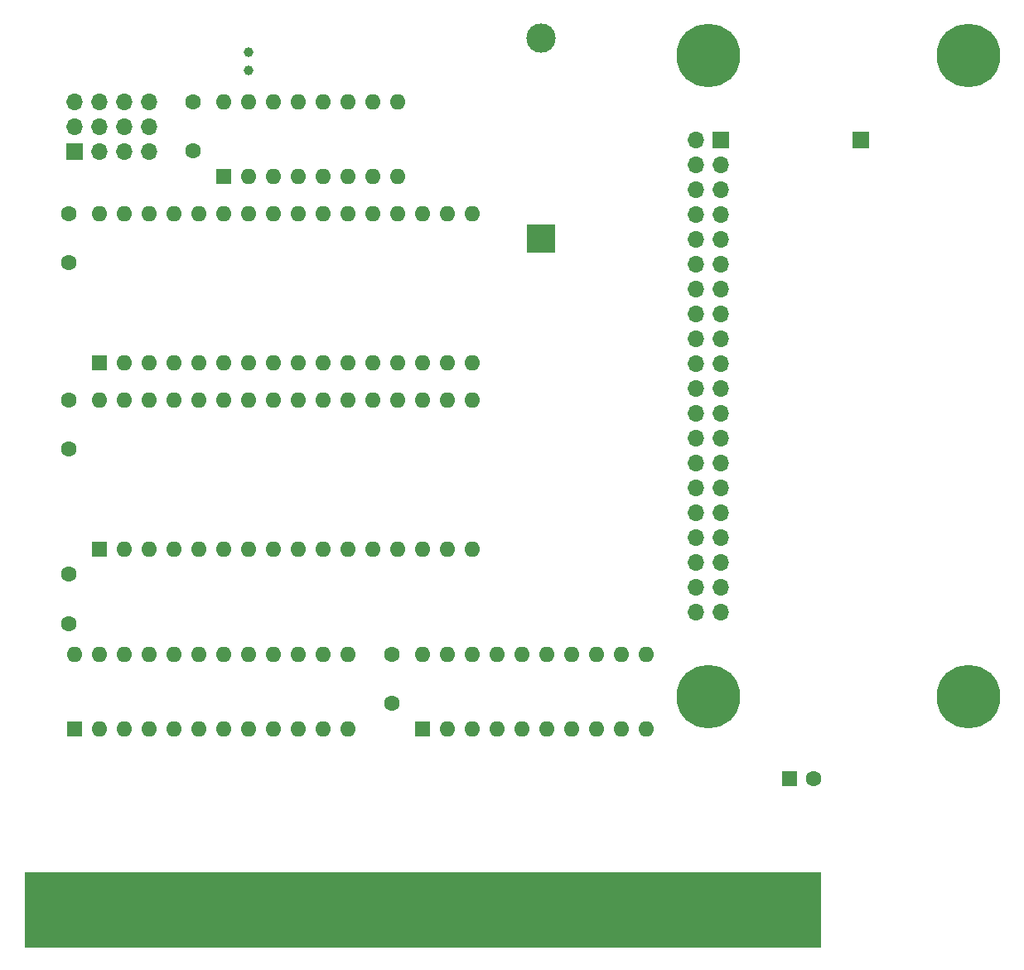
<source format=gts>
%TF.GenerationSoftware,KiCad,Pcbnew,(5.1.9)-1*%
%TF.CreationDate,2021-05-05T16:33:15+08:00*%
%TF.ProjectId,Tandy1000Essentials,54616e64-7931-4303-9030-457373656e74,rev?*%
%TF.SameCoordinates,Original*%
%TF.FileFunction,Soldermask,Top*%
%TF.FilePolarity,Negative*%
%FSLAX46Y46*%
G04 Gerber Fmt 4.6, Leading zero omitted, Abs format (unit mm)*
G04 Created by KiCad (PCBNEW (5.1.9)-1) date 2021-05-05 16:33:15*
%MOMM*%
%LPD*%
G01*
G04 APERTURE LIST*
%ADD10C,0.100000*%
%ADD11R,1.700000X1.700000*%
%ADD12O,1.600000X1.600000*%
%ADD13R,1.600000X1.600000*%
%ADD14C,3.000000*%
%ADD15R,3.000000X3.000000*%
%ADD16C,1.600000*%
%ADD17O,1.700000X1.700000*%
%ADD18C,1.000000*%
%ADD19C,6.500000*%
%ADD20R,1.780000X7.620000*%
G04 APERTURE END LIST*
D10*
G36*
X177800000Y-142240000D02*
G01*
X96520000Y-142240000D01*
X96520000Y-134620000D01*
X177800000Y-134620000D01*
X177800000Y-142240000D01*
G37*
X177800000Y-142240000D02*
X96520000Y-142240000D01*
X96520000Y-134620000D01*
X177800000Y-134620000D01*
X177800000Y-142240000D01*
D11*
%TO.C,J2*%
X181951000Y-59817000D03*
%TD*%
D12*
%TO.C,U1*%
X104140000Y-67310000D03*
X142240000Y-82550000D03*
X106680000Y-67310000D03*
X139700000Y-82550000D03*
X109220000Y-67310000D03*
X137160000Y-82550000D03*
X111760000Y-67310000D03*
X134620000Y-82550000D03*
X114300000Y-67310000D03*
X132080000Y-82550000D03*
X116840000Y-67310000D03*
X129540000Y-82550000D03*
X119380000Y-67310000D03*
X127000000Y-82550000D03*
X121920000Y-67310000D03*
X124460000Y-82550000D03*
X124460000Y-67310000D03*
X121920000Y-82550000D03*
X127000000Y-67310000D03*
X119380000Y-82550000D03*
X129540000Y-67310000D03*
X116840000Y-82550000D03*
X132080000Y-67310000D03*
X114300000Y-82550000D03*
X134620000Y-67310000D03*
X111760000Y-82550000D03*
X137160000Y-67310000D03*
X109220000Y-82550000D03*
X139700000Y-67310000D03*
X106680000Y-82550000D03*
X142240000Y-67310000D03*
D13*
X104140000Y-82550000D03*
%TD*%
D12*
%TO.C,U4*%
X116840000Y-55880000D03*
X134620000Y-63500000D03*
X119380000Y-55880000D03*
X132080000Y-63500000D03*
X121920000Y-55880000D03*
X129540000Y-63500000D03*
X124460000Y-55880000D03*
X127000000Y-63500000D03*
X127000000Y-55880000D03*
X124460000Y-63500000D03*
X129540000Y-55880000D03*
X121920000Y-63500000D03*
X132080000Y-55880000D03*
X119380000Y-63500000D03*
X134620000Y-55880000D03*
D13*
X116840000Y-63500000D03*
%TD*%
D12*
%TO.C,U5*%
X104140000Y-86360000D03*
X142240000Y-101600000D03*
X106680000Y-86360000D03*
X139700000Y-101600000D03*
X109220000Y-86360000D03*
X137160000Y-101600000D03*
X111760000Y-86360000D03*
X134620000Y-101600000D03*
X114300000Y-86360000D03*
X132080000Y-101600000D03*
X116840000Y-86360000D03*
X129540000Y-101600000D03*
X119380000Y-86360000D03*
X127000000Y-101600000D03*
X121920000Y-86360000D03*
X124460000Y-101600000D03*
X124460000Y-86360000D03*
X121920000Y-101600000D03*
X127000000Y-86360000D03*
X119380000Y-101600000D03*
X129540000Y-86360000D03*
X116840000Y-101600000D03*
X132080000Y-86360000D03*
X114300000Y-101600000D03*
X134620000Y-86360000D03*
X111760000Y-101600000D03*
X137160000Y-86360000D03*
X109220000Y-101600000D03*
X139700000Y-86360000D03*
X106680000Y-101600000D03*
X142240000Y-86360000D03*
D13*
X104140000Y-101600000D03*
%TD*%
D14*
%TO.C,BAT1*%
X149225000Y-49360000D03*
D15*
X149225000Y-69850000D03*
%TD*%
D16*
%TO.C,C5*%
X100965000Y-91360000D03*
X100965000Y-86360000D03*
%TD*%
D17*
%TO.C,J3*%
X109220000Y-58420000D03*
X109220000Y-55880000D03*
X109220000Y-60960000D03*
X106680000Y-55880000D03*
X104140000Y-55880000D03*
X101600000Y-55880000D03*
X106680000Y-58420000D03*
X106680000Y-60960000D03*
X104140000Y-58420000D03*
X104140000Y-60960000D03*
X101600000Y-58420000D03*
D11*
X101600000Y-60960000D03*
%TD*%
D16*
%TO.C,C4*%
X113665000Y-60880000D03*
X113665000Y-55880000D03*
%TD*%
D18*
%TO.C,Y1*%
X119380000Y-50805000D03*
X119380000Y-52705000D03*
%TD*%
D12*
%TO.C,U3*%
X101600000Y-112395000D03*
X129540000Y-120015000D03*
X104140000Y-112395000D03*
X127000000Y-120015000D03*
X106680000Y-112395000D03*
X124460000Y-120015000D03*
X109220000Y-112395000D03*
X121920000Y-120015000D03*
X111760000Y-112395000D03*
X119380000Y-120015000D03*
X114300000Y-112395000D03*
X116840000Y-120015000D03*
X116840000Y-112395000D03*
X114300000Y-120015000D03*
X119380000Y-112395000D03*
X111760000Y-120015000D03*
X121920000Y-112395000D03*
X109220000Y-120015000D03*
X124460000Y-112395000D03*
X106680000Y-120015000D03*
X127000000Y-112395000D03*
X104140000Y-120015000D03*
X129540000Y-112395000D03*
D13*
X101600000Y-120015000D03*
%TD*%
D17*
%TO.C,J1*%
X165100000Y-108077000D03*
X167640000Y-108077000D03*
X165100000Y-105537000D03*
X167640000Y-105537000D03*
X165100000Y-102997000D03*
X167640000Y-102997000D03*
X165100000Y-100457000D03*
X167640000Y-100457000D03*
X165100000Y-97917000D03*
X167640000Y-97917000D03*
X165100000Y-95377000D03*
X167640000Y-95377000D03*
X165100000Y-92837000D03*
X167640000Y-92837000D03*
X165100000Y-90297000D03*
X167640000Y-90297000D03*
X165100000Y-87757000D03*
X167640000Y-87757000D03*
X165100000Y-85217000D03*
X167640000Y-85217000D03*
X165100000Y-82677000D03*
X167640000Y-82677000D03*
X165100000Y-80137000D03*
X167640000Y-80137000D03*
X165100000Y-77597000D03*
X167640000Y-77597000D03*
X165100000Y-75057000D03*
X167640000Y-75057000D03*
X165100000Y-72517000D03*
X167640000Y-72517000D03*
X165100000Y-69977000D03*
X167640000Y-69977000D03*
X165100000Y-67437000D03*
X167640000Y-67437000D03*
X165100000Y-64897000D03*
X167640000Y-64897000D03*
X165100000Y-62357000D03*
X167640000Y-62357000D03*
X165100000Y-59817000D03*
D11*
X167640000Y-59817000D03*
%TD*%
D19*
%TO.C,H4*%
X192913000Y-116713000D03*
%TD*%
D16*
%TO.C,C6*%
X177125000Y-125095000D03*
D13*
X174625000Y-125095000D03*
%TD*%
D16*
%TO.C,C3*%
X133985000Y-117395000D03*
X133985000Y-112395000D03*
%TD*%
%TO.C,C2*%
X100965000Y-104220000D03*
X100965000Y-109220000D03*
%TD*%
%TO.C,C1*%
X100965000Y-72310000D03*
X100965000Y-67310000D03*
%TD*%
D12*
%TO.C,U2*%
X137160000Y-112395000D03*
X160020000Y-120015000D03*
X139700000Y-112395000D03*
X157480000Y-120015000D03*
X142240000Y-112395000D03*
X154940000Y-120015000D03*
X144780000Y-112395000D03*
X152400000Y-120015000D03*
X147320000Y-112395000D03*
X149860000Y-120015000D03*
X149860000Y-112395000D03*
X147320000Y-120015000D03*
X152400000Y-112395000D03*
X144780000Y-120015000D03*
X154940000Y-112395000D03*
X142240000Y-120015000D03*
X157480000Y-112395000D03*
X139700000Y-120015000D03*
X160020000Y-112395000D03*
D13*
X137160000Y-120015000D03*
%TD*%
D19*
%TO.C,H3*%
X166370000Y-116713000D03*
%TD*%
%TO.C,H1*%
X166370000Y-51181000D03*
%TD*%
%TO.C,H2*%
X192913000Y-51181000D03*
%TD*%
D20*
%TO.C,J4*%
X99060000Y-138430000D03*
X101600000Y-138430000D03*
X104140000Y-138430000D03*
X106680000Y-138430000D03*
X109220000Y-138430000D03*
X111760000Y-138430000D03*
X114300000Y-138430000D03*
X116840000Y-138430000D03*
X119380000Y-138430000D03*
X121920000Y-138430000D03*
X124460000Y-138430000D03*
X127000000Y-138430000D03*
X129540000Y-138430000D03*
X132080000Y-138430000D03*
X134620000Y-138430000D03*
X137160000Y-138430000D03*
X139700000Y-138430000D03*
X142240000Y-138430000D03*
X144780000Y-138430000D03*
X147320000Y-138430000D03*
X149860000Y-138430000D03*
X152400000Y-138430000D03*
X154940000Y-138430000D03*
X157480000Y-138430000D03*
X160020000Y-138430000D03*
X162560000Y-138430000D03*
X165100000Y-138430000D03*
X167640000Y-138430000D03*
X170180000Y-138430000D03*
X172720000Y-138430000D03*
X175260000Y-138430000D03*
%TD*%
M02*

</source>
